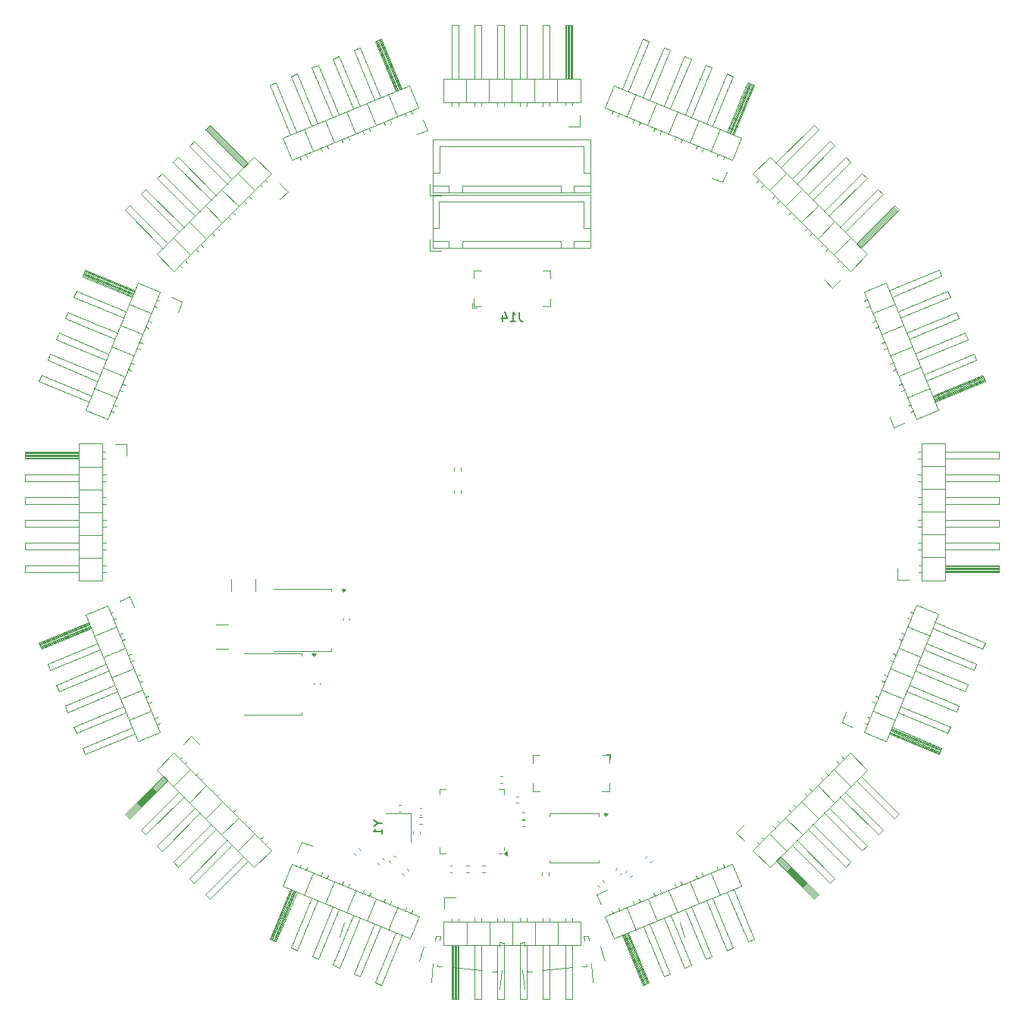
<source format=gbr>
%TF.GenerationSoftware,KiCad,Pcbnew,7.0.11*%
%TF.CreationDate,2025-01-20T01:56:26+09:00*%
%TF.ProjectId,Main,4d61696e-2e6b-4696-9361-645f70636258,rev?*%
%TF.SameCoordinates,Original*%
%TF.FileFunction,Legend,Bot*%
%TF.FilePolarity,Positive*%
%FSLAX46Y46*%
G04 Gerber Fmt 4.6, Leading zero omitted, Abs format (unit mm)*
G04 Created by KiCad (PCBNEW 7.0.11) date 2025-01-20 01:56:26*
%MOMM*%
%LPD*%
G01*
G04 APERTURE LIST*
%ADD10C,0.150000*%
%ADD11C,0.120000*%
G04 APERTURE END LIST*
D10*
X137468628Y-136383809D02*
X137944819Y-136383809D01*
X136944819Y-136050476D02*
X137468628Y-136383809D01*
X137468628Y-136383809D02*
X136944819Y-136717142D01*
X137944819Y-137574285D02*
X137944819Y-137002857D01*
X137944819Y-137288571D02*
X136944819Y-137288571D01*
X136944819Y-137288571D02*
X137087676Y-137193333D01*
X137087676Y-137193333D02*
X137182914Y-137098095D01*
X137182914Y-137098095D02*
X137230533Y-137002857D01*
X153239523Y-79264819D02*
X153239523Y-79979104D01*
X153239523Y-79979104D02*
X153287142Y-80121961D01*
X153287142Y-80121961D02*
X153382380Y-80217200D01*
X153382380Y-80217200D02*
X153525237Y-80264819D01*
X153525237Y-80264819D02*
X153620475Y-80264819D01*
X152239523Y-80264819D02*
X152810951Y-80264819D01*
X152525237Y-80264819D02*
X152525237Y-79264819D01*
X152525237Y-79264819D02*
X152620475Y-79407676D01*
X152620475Y-79407676D02*
X152715713Y-79502914D01*
X152715713Y-79502914D02*
X152810951Y-79550533D01*
X151382380Y-79598152D02*
X151382380Y-80264819D01*
X151620475Y-79217200D02*
X151858570Y-79931485D01*
X151858570Y-79931485D02*
X151239523Y-79931485D01*
D11*
%TO.C,R1*%
X155750000Y-142163641D02*
X155750000Y-141856359D01*
X156510000Y-142163641D02*
X156510000Y-141856359D01*
%TO.C,C10*%
X145735836Y-141840000D02*
X145520164Y-141840000D01*
X145735836Y-141120000D02*
X145520164Y-141120000D01*
%TO.C,J13*%
X126481459Y-66683306D02*
X127379484Y-65785280D01*
X127379484Y-65785280D02*
X126481459Y-64887254D01*
X115597014Y-74296775D02*
X115316243Y-74016003D01*
X116134415Y-73759373D02*
X115853644Y-73478602D01*
X117393065Y-72500723D02*
X117112294Y-72219952D01*
X117930467Y-71963322D02*
X117649695Y-71682551D01*
X119189117Y-70704672D02*
X118908345Y-70423900D01*
X119726518Y-70167271D02*
X119445746Y-69886499D01*
X120985168Y-68908621D02*
X120704396Y-68627849D01*
X121522569Y-68371220D02*
X121241797Y-68090448D01*
X122781219Y-67112570D02*
X122500447Y-66831798D01*
X123318620Y-66575168D02*
X123037849Y-66294397D01*
X124529844Y-65269092D02*
X124296499Y-65035747D01*
X125067245Y-64731691D02*
X124833900Y-64498346D01*
X114644491Y-74687754D02*
X112763587Y-72806850D01*
X116482969Y-72849277D02*
X114602065Y-70968373D01*
X118279020Y-71053226D02*
X116398116Y-69172321D01*
X120075071Y-69257174D02*
X118194167Y-67376270D01*
X121871122Y-67461123D02*
X119990218Y-65580219D01*
X123667174Y-65665072D02*
X121786270Y-63784168D01*
X125505651Y-63826594D02*
X114644491Y-74687754D01*
X112763587Y-72806850D02*
X123624747Y-61945690D01*
X113972740Y-71597698D02*
X109730099Y-67355057D01*
X115768791Y-69801647D02*
X111526150Y-65559006D01*
X117564842Y-68005595D02*
X113322201Y-63762955D01*
X119360893Y-66209544D02*
X115118253Y-61966903D01*
X121156945Y-64413493D02*
X116914304Y-60170852D01*
X122486305Y-63084132D02*
X118243665Y-58841491D01*
X122571158Y-62999279D02*
X118328517Y-58756639D01*
X122656011Y-62914426D02*
X118413370Y-58671786D01*
X122740864Y-62829574D02*
X118498223Y-58586933D01*
X122825717Y-62744721D02*
X118583076Y-58502080D01*
X122910569Y-62659868D02*
X118667929Y-58417227D01*
X122952996Y-62617442D02*
X118710355Y-58374801D01*
X123624747Y-61945690D02*
X125505651Y-63826594D01*
X109192698Y-67892458D02*
X113435338Y-72135099D01*
X109730099Y-67355057D02*
X109192698Y-67892458D01*
X110988749Y-66096407D02*
X115231390Y-70339048D01*
X111526150Y-65559006D02*
X110988749Y-66096407D01*
X112784800Y-64300356D02*
X117027441Y-68542996D01*
X113322201Y-63762955D02*
X112784800Y-64300356D01*
X114580851Y-62504305D02*
X118823492Y-66746945D01*
X115118253Y-61966903D02*
X114580851Y-62504305D01*
X116376903Y-60708253D02*
X120619543Y-64950894D01*
X116914304Y-60170852D02*
X116376903Y-60708253D01*
X118172954Y-58912202D02*
X122415595Y-63154843D01*
X118710355Y-58374801D02*
X118172954Y-58912202D01*
%TO.C,C2*%
X139812164Y-134360000D02*
X140027836Y-134360000D01*
X139812164Y-135080000D02*
X140027836Y-135080000D01*
%TO.C,R3*%
X167292659Y-140239940D02*
X167509940Y-140022659D01*
X167830060Y-140777341D02*
X168047341Y-140560060D01*
%TO.C,J2*%
X158770000Y-58565000D02*
X160040000Y-58565000D01*
X160040000Y-58565000D02*
X160040000Y-57295000D01*
X145690000Y-56252071D02*
X145690000Y-55855000D01*
X146450000Y-56252071D02*
X146450000Y-55855000D01*
X148230000Y-56252071D02*
X148230000Y-55855000D01*
X148990000Y-56252071D02*
X148990000Y-55855000D01*
X150770000Y-56252071D02*
X150770000Y-55855000D01*
X151530000Y-56252071D02*
X151530000Y-55855000D01*
X153310000Y-56252071D02*
X153310000Y-55855000D01*
X154070000Y-56252071D02*
X154070000Y-55855000D01*
X155850000Y-56252071D02*
X155850000Y-55855000D01*
X156610000Y-56252071D02*
X156610000Y-55855000D01*
X158390000Y-56185000D02*
X158390000Y-55855000D01*
X159150000Y-56185000D02*
X159150000Y-55855000D01*
X144740000Y-55855000D02*
X144740000Y-53195000D01*
X147340000Y-55855000D02*
X147340000Y-53195000D01*
X149880000Y-55855000D02*
X149880000Y-53195000D01*
X152420000Y-55855000D02*
X152420000Y-53195000D01*
X154960000Y-55855000D02*
X154960000Y-53195000D01*
X157500000Y-55855000D02*
X157500000Y-53195000D01*
X160100000Y-55855000D02*
X144740000Y-55855000D01*
X144740000Y-53195000D02*
X160100000Y-53195000D01*
X146450000Y-53195000D02*
X146450000Y-47195000D01*
X148990000Y-53195000D02*
X148990000Y-47195000D01*
X151530000Y-53195000D02*
X151530000Y-47195000D01*
X154070000Y-53195000D02*
X154070000Y-47195000D01*
X156610000Y-53195000D02*
X156610000Y-47195000D01*
X158490000Y-53195000D02*
X158490000Y-47195000D01*
X158610000Y-53195000D02*
X158610000Y-47195000D01*
X158730000Y-53195000D02*
X158730000Y-47195000D01*
X158850000Y-53195000D02*
X158850000Y-47195000D01*
X158970000Y-53195000D02*
X158970000Y-47195000D01*
X159090000Y-53195000D02*
X159090000Y-47195000D01*
X159150000Y-53195000D02*
X159150000Y-47195000D01*
X160100000Y-53195000D02*
X160100000Y-55855000D01*
X145690000Y-47195000D02*
X145690000Y-53195000D01*
X146450000Y-47195000D02*
X145690000Y-47195000D01*
X148230000Y-47195000D02*
X148230000Y-53195000D01*
X148990000Y-47195000D02*
X148230000Y-47195000D01*
X150770000Y-47195000D02*
X150770000Y-53195000D01*
X151530000Y-47195000D02*
X150770000Y-47195000D01*
X153310000Y-47195000D02*
X153310000Y-53195000D01*
X154070000Y-47195000D02*
X153310000Y-47195000D01*
X155850000Y-47195000D02*
X155850000Y-53195000D01*
X156610000Y-47195000D02*
X155850000Y-47195000D01*
X158390000Y-47195000D02*
X158390000Y-53195000D01*
X159150000Y-47195000D02*
X158390000Y-47195000D01*
%TO.C,R10*%
X134979940Y-139927341D02*
X134762659Y-139710060D01*
X135517341Y-139389940D02*
X135300060Y-139172659D01*
%TO.C,J11*%
X178369326Y-136516436D02*
X177471301Y-137414462D01*
X177471301Y-137414462D02*
X178369326Y-138312488D01*
X189253771Y-128902967D02*
X189534542Y-129183739D01*
X188716370Y-129440369D02*
X188997141Y-129721140D01*
X187457720Y-130699019D02*
X187738491Y-130979790D01*
X186920318Y-131236420D02*
X187201090Y-131517191D01*
X185661668Y-132495070D02*
X185942440Y-132775842D01*
X185124267Y-133032471D02*
X185405039Y-133313243D01*
X183865617Y-134291121D02*
X184146389Y-134571893D01*
X183328216Y-134828522D02*
X183608988Y-135109294D01*
X182069566Y-136087172D02*
X182350338Y-136367944D01*
X181532165Y-136624574D02*
X181812936Y-136905345D01*
X180320941Y-137930650D02*
X180554286Y-138163995D01*
X179783540Y-138468051D02*
X180016885Y-138701396D01*
X190206294Y-128511988D02*
X192087198Y-130392892D01*
X188367816Y-130350465D02*
X190248720Y-132231369D01*
X186571765Y-132146516D02*
X188452669Y-134027421D01*
X184775714Y-133942568D02*
X186656618Y-135823472D01*
X182979663Y-135738619D02*
X184860567Y-137619523D01*
X181183611Y-137534670D02*
X183064515Y-139415574D01*
X179345134Y-139373148D02*
X190206294Y-128511988D01*
X192087198Y-130392892D02*
X181226038Y-141254052D01*
X190878045Y-131602044D02*
X195120686Y-135844685D01*
X189081994Y-133398095D02*
X193324635Y-137640736D01*
X187285943Y-135194147D02*
X191528584Y-139436787D01*
X185489892Y-136990198D02*
X189732532Y-141232839D01*
X183693840Y-138786249D02*
X187936481Y-143028890D01*
X182364480Y-140115610D02*
X186607120Y-144358251D01*
X182279627Y-140200463D02*
X186522268Y-144443103D01*
X182194774Y-140285316D02*
X186437415Y-144527956D01*
X182109921Y-140370168D02*
X186352562Y-144612809D01*
X182025068Y-140455021D02*
X186267709Y-144697662D01*
X181940216Y-140539874D02*
X186182856Y-144782515D01*
X181897789Y-140582300D02*
X186140430Y-144824941D01*
X181226038Y-141254052D02*
X179345134Y-139373148D01*
X195658087Y-135307284D02*
X191415447Y-131064643D01*
X195120686Y-135844685D02*
X195658087Y-135307284D01*
X193862036Y-137103335D02*
X189619395Y-132860694D01*
X193324635Y-137640736D02*
X193862036Y-137103335D01*
X192065985Y-138899386D02*
X187823344Y-134656746D01*
X191528584Y-139436787D02*
X192065985Y-138899386D01*
X190269934Y-140695437D02*
X186027293Y-136452797D01*
X189732532Y-141232839D02*
X190269934Y-140695437D01*
X188473882Y-142491489D02*
X184231242Y-138248848D01*
X187936481Y-143028890D02*
X188473882Y-142491489D01*
X186677831Y-144287540D02*
X182435190Y-140044899D01*
X186140430Y-144824941D02*
X186677831Y-144287540D01*
%TO.C,R8*%
X149096359Y-141098000D02*
X149403641Y-141098000D01*
X149096359Y-141858000D02*
X149403641Y-141858000D01*
%TO.C,R9*%
X140349940Y-142187341D02*
X140132659Y-141970060D01*
X140887341Y-141649940D02*
X140670060Y-141432659D01*
%TO.C,U2*%
X144336500Y-139732000D02*
X144986500Y-139732000D01*
X150906500Y-139732000D02*
X151316500Y-139732000D01*
X144336500Y-139082000D02*
X144336500Y-139732000D01*
X151556500Y-139082000D02*
X151556500Y-139432000D01*
X144336500Y-133162000D02*
X144336500Y-132512000D01*
X151556500Y-133162000D02*
X151556500Y-132512000D01*
X144336500Y-132512000D02*
X144986500Y-132512000D01*
X151556500Y-132512000D02*
X150906500Y-132512000D01*
X151886500Y-139972000D02*
X151556500Y-139732000D01*
X151886500Y-139492000D01*
X151886500Y-139972000D01*
G36*
X151886500Y-139972000D02*
G01*
X151556500Y-139732000D01*
X151886500Y-139492000D01*
X151886500Y-139972000D01*
G37*
%TO.C,J1*%
X171709075Y-149066124D02*
X171215591Y-147439325D01*
X162771252Y-151777382D02*
X162277768Y-150150584D01*
%TO.C,J3*%
X195460264Y-107944480D02*
X195460264Y-109214480D01*
X195460264Y-109214480D02*
X196730264Y-109214480D01*
X197773193Y-94864480D02*
X198170264Y-94864480D01*
X197773193Y-95624480D02*
X198170264Y-95624480D01*
X197773193Y-97404480D02*
X198170264Y-97404480D01*
X197773193Y-98164480D02*
X198170264Y-98164480D01*
X197773193Y-99944480D02*
X198170264Y-99944480D01*
X197773193Y-100704480D02*
X198170264Y-100704480D01*
X197773193Y-102484480D02*
X198170264Y-102484480D01*
X197773193Y-103244480D02*
X198170264Y-103244480D01*
X197773193Y-105024480D02*
X198170264Y-105024480D01*
X197773193Y-105784480D02*
X198170264Y-105784480D01*
X197840264Y-107564480D02*
X198170264Y-107564480D01*
X197840264Y-108324480D02*
X198170264Y-108324480D01*
X198170264Y-93914480D02*
X200830264Y-93914480D01*
X198170264Y-96514480D02*
X200830264Y-96514480D01*
X198170264Y-99054480D02*
X200830264Y-99054480D01*
X198170264Y-101594480D02*
X200830264Y-101594480D01*
X198170264Y-104134480D02*
X200830264Y-104134480D01*
X198170264Y-106674480D02*
X200830264Y-106674480D01*
X198170264Y-109274480D02*
X198170264Y-93914480D01*
X200830264Y-93914480D02*
X200830264Y-109274480D01*
X200830264Y-95624480D02*
X206830264Y-95624480D01*
X200830264Y-98164480D02*
X206830264Y-98164480D01*
X200830264Y-100704480D02*
X206830264Y-100704480D01*
X200830264Y-103244480D02*
X206830264Y-103244480D01*
X200830264Y-105784480D02*
X206830264Y-105784480D01*
X200830264Y-107664480D02*
X206830264Y-107664480D01*
X200830264Y-107784480D02*
X206830264Y-107784480D01*
X200830264Y-107904480D02*
X206830264Y-107904480D01*
X200830264Y-108024480D02*
X206830264Y-108024480D01*
X200830264Y-108144480D02*
X206830264Y-108144480D01*
X200830264Y-108264480D02*
X206830264Y-108264480D01*
X200830264Y-108324480D02*
X206830264Y-108324480D01*
X200830264Y-109274480D02*
X198170264Y-109274480D01*
X206830264Y-94864480D02*
X200830264Y-94864480D01*
X206830264Y-95624480D02*
X206830264Y-94864480D01*
X206830264Y-97404480D02*
X200830264Y-97404480D01*
X206830264Y-98164480D02*
X206830264Y-97404480D01*
X206830264Y-99944480D02*
X200830264Y-99944480D01*
X206830264Y-100704480D02*
X206830264Y-99944480D01*
X206830264Y-102484480D02*
X200830264Y-102484480D01*
X206830264Y-103244480D02*
X206830264Y-102484480D01*
X206830264Y-105024480D02*
X200830264Y-105024480D01*
X206830264Y-105784480D02*
X206830264Y-105024480D01*
X206830264Y-107564480D02*
X200830264Y-107564480D01*
X206830264Y-108324480D02*
X206830264Y-107564480D01*
%TO.C,C11*%
X151142164Y-131130000D02*
X151357836Y-131130000D01*
X151142164Y-131850000D02*
X151357836Y-131850000D01*
%TO.C,SW1*%
X143893851Y-148939214D02*
X144411348Y-148990183D01*
X143843863Y-149446758D02*
X143893851Y-148939214D01*
X143383182Y-154124127D02*
X143589018Y-152034239D01*
X144361359Y-149497727D02*
X144411348Y-148990183D01*
X144083970Y-152314100D02*
X144106514Y-152085208D01*
X144083970Y-152314100D02*
X144621370Y-152367029D01*
X145716073Y-152474848D02*
X149099701Y-152808107D01*
X150194404Y-152915925D02*
X150731804Y-152968855D01*
X151059181Y-149644938D02*
X151576678Y-149695907D01*
X151009193Y-150152482D02*
X151059181Y-149644938D01*
X150731804Y-152968855D02*
X150754348Y-152739962D01*
X151526689Y-150203451D02*
X151576678Y-149695907D01*
X151066008Y-154880819D02*
X151271844Y-152790931D01*
%TO.C,Y1*%
X141090000Y-135210000D02*
X141090000Y-138510000D01*
X138290000Y-135210000D02*
X141090000Y-135210000D01*
%TO.C,C5*%
X134290000Y-113482164D02*
X134290000Y-113697836D01*
X133570000Y-113482164D02*
X133570000Y-113697836D01*
%TO.C,R11*%
X138859940Y-140717341D02*
X138642659Y-140500060D01*
X139397341Y-140179940D02*
X139180060Y-139962659D01*
%TO.C,C6*%
X130980000Y-120672164D02*
X130980000Y-120887836D01*
X130260000Y-120672164D02*
X130260000Y-120887836D01*
%TO.C,R2*%
X142393641Y-136420000D02*
X142086359Y-136420000D01*
X142393641Y-135660000D02*
X142086359Y-135660000D01*
%TO.C,R4*%
X162209316Y-143486717D02*
X161992035Y-143269436D01*
X162746717Y-142949316D02*
X162529436Y-142732035D01*
%TO.C,J7*%
X189756453Y-123930258D02*
X189270445Y-125103585D01*
X189270445Y-125103585D02*
X190443772Y-125589593D01*
X196898820Y-112731033D02*
X197265666Y-112882986D01*
X196607981Y-113433182D02*
X196974826Y-113585134D01*
X195926804Y-115077687D02*
X196293650Y-115229640D01*
X195635965Y-115779836D02*
X196002810Y-115931788D01*
X194954788Y-117424341D02*
X195321634Y-117576294D01*
X194663949Y-118126490D02*
X195030795Y-118278442D01*
X193982772Y-119770995D02*
X194349618Y-119922948D01*
X193691933Y-120473144D02*
X194058779Y-120625096D01*
X193010756Y-122117649D02*
X193377602Y-122269602D01*
X192719917Y-122819798D02*
X193086763Y-122971750D01*
X192100706Y-124489970D02*
X192405586Y-124616256D01*
X191809867Y-125192119D02*
X192114747Y-125318404D01*
X197629215Y-112005300D02*
X200086735Y-113023238D01*
X196634238Y-114407387D02*
X199091758Y-115425325D01*
X195662222Y-116754041D02*
X198119742Y-117771979D01*
X194690206Y-119100695D02*
X197147726Y-120118633D01*
X193718190Y-121447349D02*
X196175710Y-122465287D01*
X192746174Y-123794003D02*
X195203694Y-124811941D01*
X191751198Y-126196090D02*
X197629215Y-112005300D01*
X200086735Y-113023238D02*
X194208717Y-127214028D01*
X199432346Y-114603072D02*
X204975623Y-116899173D01*
X198460330Y-116949726D02*
X204003607Y-119245827D01*
X197488314Y-119296380D02*
X203031591Y-121592481D01*
X196516298Y-121643034D02*
X202059575Y-123939135D01*
X195544282Y-123989688D02*
X201087559Y-126285789D01*
X194824837Y-125726582D02*
X200368115Y-128022682D01*
X194778915Y-125837447D02*
X200322193Y-128133548D01*
X194732993Y-125948313D02*
X200276271Y-128244413D01*
X194687071Y-126059178D02*
X200230349Y-128355279D01*
X194641149Y-126170044D02*
X200184427Y-128466145D01*
X194595227Y-126280910D02*
X200138505Y-128577010D01*
X194572266Y-126336342D02*
X200115544Y-128632443D01*
X194208717Y-127214028D02*
X191751198Y-126196090D01*
X205266463Y-116197024D02*
X199723185Y-113900924D01*
X204975623Y-116899173D02*
X205266463Y-116197024D01*
X204294447Y-118543678D02*
X198751169Y-116247578D01*
X204003607Y-119245827D02*
X204294447Y-118543678D01*
X203322431Y-120890332D02*
X197779154Y-118594232D01*
X203031591Y-121592481D02*
X203322431Y-120890332D01*
X202350415Y-123236986D02*
X196807138Y-120940886D01*
X202059575Y-123939135D02*
X202350415Y-123236986D01*
X201378399Y-125583640D02*
X195835122Y-123287540D01*
X201087559Y-126285789D02*
X201378399Y-125583640D01*
X200406383Y-127930294D02*
X194863106Y-125634194D01*
X200115544Y-128632443D02*
X200406383Y-127930294D01*
%TO.C,C12*%
X152892164Y-133360000D02*
X153107836Y-133360000D01*
X152892164Y-134080000D02*
X153107836Y-134080000D01*
%TO.C,J23*%
X143260000Y-66220000D02*
X143260000Y-64970000D01*
X143550000Y-59960000D02*
X161170000Y-59960000D01*
X143550000Y-65930000D02*
X143550000Y-59960000D01*
X143560000Y-63670000D02*
X144310000Y-63670000D01*
X143560000Y-65170000D02*
X145360000Y-65170000D01*
X143560000Y-65920000D02*
X143560000Y-65170000D01*
X144310000Y-60720000D02*
X152360000Y-60720000D01*
X144310000Y-63670000D02*
X144310000Y-60720000D01*
X144510000Y-66220000D02*
X143260000Y-66220000D01*
X145360000Y-65170000D02*
X145360000Y-65920000D01*
X145360000Y-65920000D02*
X143560000Y-65920000D01*
X146860000Y-65170000D02*
X157860000Y-65170000D01*
X146860000Y-65920000D02*
X146860000Y-65170000D01*
X157860000Y-65170000D02*
X157860000Y-65920000D01*
X157860000Y-65920000D02*
X146860000Y-65920000D01*
X159360000Y-65170000D02*
X161160000Y-65170000D01*
X159360000Y-65920000D02*
X159360000Y-65170000D01*
X160410000Y-60720000D02*
X152360000Y-60720000D01*
X160410000Y-63670000D02*
X160410000Y-60720000D01*
X161160000Y-63670000D02*
X160410000Y-63670000D01*
X161160000Y-65170000D02*
X161160000Y-65920000D01*
X161160000Y-65920000D02*
X159360000Y-65920000D01*
X161170000Y-59960000D02*
X161170000Y-65930000D01*
X161170000Y-65930000D02*
X143550000Y-65930000D01*
%TO.C,R5*%
X165062659Y-141859940D02*
X165279940Y-141642659D01*
X165600060Y-142397341D02*
X165817341Y-142180060D01*
%TO.C,C8*%
X153592164Y-136000000D02*
X153807836Y-136000000D01*
X153592164Y-136720000D02*
X153807836Y-136720000D01*
%TO.C,J9*%
X115094332Y-79269485D02*
X115580340Y-78096158D01*
X115580340Y-78096158D02*
X114407013Y-77610150D01*
X107951965Y-90468710D02*
X107585119Y-90316757D01*
X108242804Y-89766561D02*
X107875959Y-89614609D01*
X108923981Y-88122056D02*
X108557135Y-87970103D01*
X109214820Y-87419907D02*
X108847975Y-87267955D01*
X109895997Y-85775402D02*
X109529151Y-85623449D01*
X110186836Y-85073253D02*
X109819990Y-84921301D01*
X110868013Y-83428748D02*
X110501167Y-83276795D01*
X111158852Y-82726599D02*
X110792006Y-82574647D01*
X111840029Y-81082094D02*
X111473183Y-80930141D01*
X112130868Y-80379945D02*
X111764022Y-80227993D01*
X112750079Y-78709773D02*
X112445199Y-78583487D01*
X113040918Y-78007624D02*
X112736038Y-77881339D01*
X107221570Y-91194443D02*
X104764050Y-90176505D01*
X108216547Y-88792356D02*
X105759027Y-87774418D01*
X109188563Y-86445702D02*
X106731043Y-85427764D01*
X110160579Y-84099048D02*
X107703059Y-83081110D01*
X111132595Y-81752394D02*
X108675075Y-80734456D01*
X112104611Y-79405740D02*
X109647091Y-78387802D01*
X113099587Y-77003653D02*
X107221570Y-91194443D01*
X104764050Y-90176505D02*
X110642068Y-75985715D01*
X105418439Y-88596671D02*
X99875162Y-86300570D01*
X106390455Y-86250017D02*
X100847178Y-83953916D01*
X107362471Y-83903363D02*
X101819194Y-81607262D01*
X108334487Y-81556709D02*
X102791210Y-79260608D01*
X109306503Y-79210055D02*
X103763226Y-76913954D01*
X110025948Y-77473161D02*
X104482670Y-75177061D01*
X110071870Y-77362296D02*
X104528592Y-75066195D01*
X110117792Y-77251430D02*
X104574514Y-74955330D01*
X110163714Y-77140565D02*
X104620436Y-74844464D01*
X110209636Y-77029699D02*
X104666358Y-74733598D01*
X110255558Y-76918833D02*
X104712280Y-74622733D01*
X110278519Y-76863401D02*
X104735241Y-74567300D01*
X110642068Y-75985715D02*
X113099587Y-77003653D01*
X99584322Y-87002719D02*
X105127600Y-89298819D01*
X99875162Y-86300570D02*
X99584322Y-87002719D01*
X100556338Y-84656065D02*
X106099616Y-86952165D01*
X100847178Y-83953916D02*
X100556338Y-84656065D01*
X101528354Y-82309411D02*
X107071631Y-84605511D01*
X101819194Y-81607262D02*
X101528354Y-82309411D01*
X102500370Y-79962757D02*
X108043647Y-82258857D01*
X102791210Y-79260608D02*
X102500370Y-79962757D01*
X103472386Y-77616103D02*
X109015663Y-79912203D01*
X103763226Y-76913954D02*
X103472386Y-77616103D01*
X104444402Y-75269449D02*
X109987679Y-77565549D01*
X104735241Y-74567300D02*
X104444402Y-75269449D01*
%TO.C,J19*%
X163430000Y-128615000D02*
X163430000Y-129115000D01*
X163430000Y-128615000D02*
X162930000Y-128615000D01*
X163280000Y-132805000D02*
X163280000Y-131905000D01*
X163280000Y-132805000D02*
X162480000Y-132805000D01*
X163280000Y-128765000D02*
X163280000Y-129665000D01*
X163280000Y-128765000D02*
X162480000Y-128765000D01*
X154740000Y-132805000D02*
X155540000Y-132805000D01*
X154740000Y-132805000D02*
X154740000Y-131905000D01*
X154740000Y-128765000D02*
X155540000Y-128765000D01*
X154740000Y-128765000D02*
X154740000Y-129665000D01*
%TO.C,U3*%
X132200000Y-117092500D02*
X132200000Y-116822500D01*
X132200000Y-110192500D02*
X132200000Y-110462500D01*
X125780000Y-117092500D02*
X132200000Y-117092500D01*
X125780000Y-110192500D02*
X132200000Y-110192500D01*
X133620000Y-110502500D02*
X133380000Y-110172500D01*
X133860000Y-110172500D01*
X133620000Y-110502500D01*
G36*
X133620000Y-110502500D02*
G01*
X133380000Y-110172500D01*
X133860000Y-110172500D01*
X133620000Y-110502500D01*
G37*
%TO.C,C7*%
X142347836Y-135380000D02*
X142132164Y-135380000D01*
X142347836Y-134660000D02*
X142132164Y-134660000D01*
%TO.C,J16*%
X163032471Y-143786885D02*
X161859144Y-144272893D01*
X161859144Y-144272893D02*
X162345152Y-145446220D01*
X176001935Y-140918253D02*
X176153887Y-141285099D01*
X175299786Y-141209093D02*
X175451739Y-141575939D01*
X173655281Y-141890269D02*
X173807233Y-142257115D01*
X172953132Y-142181109D02*
X173105085Y-142547955D01*
X171308627Y-142862285D02*
X171460579Y-143229131D01*
X170606478Y-143153125D02*
X170758431Y-143519970D01*
X168961973Y-143834301D02*
X169113925Y-144201147D01*
X168259824Y-144125141D02*
X168411777Y-144491986D01*
X166615319Y-144806317D02*
X166767271Y-145173163D01*
X165913170Y-145097157D02*
X166065123Y-145464002D01*
X164294332Y-145840299D02*
X164420617Y-146145179D01*
X163592183Y-146131138D02*
X163718469Y-146436018D01*
X177031573Y-140921550D02*
X178049511Y-143379070D01*
X174629486Y-141916527D02*
X175647424Y-144374046D01*
X172282832Y-142888543D02*
X173300770Y-145346062D01*
X169936178Y-143860559D02*
X170954116Y-146318078D01*
X167589524Y-144832575D02*
X168607462Y-147290094D01*
X165242870Y-145804591D02*
X166260808Y-148262110D01*
X162840783Y-146799567D02*
X177031573Y-140921550D01*
X178049511Y-143379070D02*
X163858721Y-149257087D01*
X176469677Y-144033458D02*
X178765778Y-149576735D01*
X174123023Y-145005474D02*
X176419123Y-150548751D01*
X171776369Y-145977490D02*
X174072469Y-151520767D01*
X169429715Y-146949506D02*
X171725815Y-152492783D01*
X167083061Y-147921522D02*
X169379161Y-153464799D01*
X165346167Y-148640967D02*
X167642268Y-154184244D01*
X165235302Y-148686889D02*
X167531402Y-154230166D01*
X165124436Y-148732811D02*
X167420537Y-154276088D01*
X165013571Y-148778733D02*
X167309671Y-154322010D01*
X164902705Y-148824655D02*
X167198806Y-154367932D01*
X164791840Y-148870577D02*
X167087940Y-154413854D01*
X164736407Y-148893538D02*
X167032507Y-154436815D01*
X163858721Y-149257087D02*
X162840783Y-146799567D01*
X179467926Y-149285896D02*
X177171825Y-143742619D01*
X178765778Y-149576735D02*
X179467926Y-149285896D01*
X177121272Y-150257912D02*
X174825171Y-144714635D01*
X176419123Y-150548751D02*
X177121272Y-150257912D01*
X174774618Y-151229928D02*
X172478517Y-145686651D01*
X174072469Y-151520767D02*
X174774618Y-151229928D01*
X172427964Y-152201944D02*
X170131863Y-146658667D01*
X171725815Y-152492783D02*
X172427964Y-152201944D01*
X170081310Y-153173960D02*
X167785209Y-147630682D01*
X169379161Y-153464799D02*
X170081310Y-153173960D01*
X167734656Y-154145976D02*
X165438555Y-148602698D01*
X167032507Y-154436815D02*
X167734656Y-154145976D01*
%TO.C,R14*%
X145970000Y-99493641D02*
X145970000Y-99186359D01*
X146730000Y-99493641D02*
X146730000Y-99186359D01*
%TO.C,U1*%
X162085500Y-140743500D02*
X162085500Y-140483500D01*
X162085500Y-135293500D02*
X162085500Y-135553500D01*
X159360500Y-140743500D02*
X162085500Y-140743500D01*
X159360500Y-140743500D02*
X156635500Y-140743500D01*
X159360500Y-135293500D02*
X162085500Y-135293500D01*
X159360500Y-135293500D02*
X156635500Y-135293500D01*
X156635500Y-140743500D02*
X156635500Y-140483500D01*
X156635500Y-135293500D02*
X156635500Y-135553500D01*
X162868000Y-135553500D02*
X162628000Y-135223500D01*
X163108000Y-135223500D01*
X162868000Y-135553500D01*
G36*
X162868000Y-135553500D02*
G01*
X162628000Y-135223500D01*
X163108000Y-135223500D01*
X162868000Y-135553500D01*
G37*
%TO.C,U4*%
X128895000Y-124275000D02*
X128895000Y-124005000D01*
X128895000Y-117375000D02*
X128895000Y-117645000D01*
X122475000Y-124275000D02*
X128895000Y-124275000D01*
X122475000Y-117375000D02*
X128895000Y-117375000D01*
X130315000Y-117685000D02*
X130075000Y-117355000D01*
X130555000Y-117355000D01*
X130315000Y-117685000D01*
G36*
X130315000Y-117685000D02*
G01*
X130075000Y-117355000D01*
X130555000Y-117355000D01*
X130315000Y-117685000D01*
G37*
%TO.C,C1*%
X142130000Y-137312164D02*
X142130000Y-137527836D01*
X141410000Y-137312164D02*
X141410000Y-137527836D01*
%TO.C,J20*%
X142088352Y-151780057D02*
X142581836Y-150153259D01*
X133150529Y-149068799D02*
X133644013Y-147442000D01*
%TO.C,J12*%
X117508828Y-127543805D02*
X116610802Y-126645780D01*
X116610802Y-126645780D02*
X115712776Y-127543805D01*
X125122297Y-138428250D02*
X124841525Y-138709021D01*
X124584895Y-137890849D02*
X124304124Y-138171620D01*
X123326245Y-136632199D02*
X123045474Y-136912970D01*
X122788844Y-136094797D02*
X122508073Y-136375569D01*
X121530194Y-134836147D02*
X121249422Y-135116919D01*
X120992793Y-134298746D02*
X120712021Y-134579518D01*
X119734143Y-133040096D02*
X119453371Y-133320868D01*
X119196742Y-132502695D02*
X118915970Y-132783467D01*
X117938092Y-131244045D02*
X117657320Y-131524817D01*
X117400690Y-130706644D02*
X117119919Y-130987415D01*
X116094614Y-129495420D02*
X115861269Y-129728765D01*
X115557213Y-128958019D02*
X115323868Y-129191364D01*
X125513276Y-139380773D02*
X123632372Y-141261677D01*
X123674799Y-137542295D02*
X121793895Y-139423199D01*
X121878748Y-135746244D02*
X119997843Y-137627148D01*
X120082696Y-133950193D02*
X118201792Y-135831097D01*
X118286645Y-132154142D02*
X116405741Y-134035046D01*
X116490594Y-130358090D02*
X114609690Y-132238994D01*
X114652116Y-128519613D02*
X125513276Y-139380773D01*
X123632372Y-141261677D02*
X112771212Y-130400517D01*
X122423220Y-140052524D02*
X118180579Y-144295165D01*
X120627169Y-138256473D02*
X116384528Y-142499114D01*
X118831117Y-136460422D02*
X114588477Y-140703063D01*
X117035066Y-134664371D02*
X112792425Y-138907011D01*
X115239015Y-132868319D02*
X110996374Y-137110960D01*
X113909654Y-131538959D02*
X109667013Y-135781599D01*
X113824801Y-131454106D02*
X109582161Y-135696747D01*
X113739948Y-131369253D02*
X109497308Y-135611894D01*
X113655096Y-131284400D02*
X109412455Y-135527041D01*
X113570243Y-131199547D02*
X109327602Y-135442188D01*
X113485390Y-131114695D02*
X109242749Y-135357335D01*
X113442964Y-131072268D02*
X109200323Y-135314909D01*
X112771212Y-130400517D02*
X114652116Y-128519613D01*
X118717980Y-144832566D02*
X122960621Y-140589926D01*
X118180579Y-144295165D02*
X118717980Y-144832566D01*
X116921929Y-143036515D02*
X121164570Y-138793874D01*
X116384528Y-142499114D02*
X116921929Y-143036515D01*
X115125878Y-141240464D02*
X119368518Y-136997823D01*
X114588477Y-140703063D02*
X115125878Y-141240464D01*
X113329827Y-139444413D02*
X117572467Y-135201772D01*
X112792425Y-138907011D02*
X113329827Y-139444413D01*
X111533775Y-137648361D02*
X115776416Y-133405721D01*
X110996374Y-137110960D02*
X111533775Y-137648361D01*
X109737724Y-135852310D02*
X113980365Y-131609669D01*
X109200323Y-135314909D02*
X109737724Y-135852310D01*
%TO.C,J8*%
X130095006Y-138930932D02*
X128921679Y-138444924D01*
X128921679Y-138444924D02*
X128435671Y-139618251D01*
X141294231Y-146073299D02*
X141142278Y-146440145D01*
X140592082Y-145782460D02*
X140440130Y-146149305D01*
X138947577Y-145101283D02*
X138795624Y-145468129D01*
X138245428Y-144810444D02*
X138093476Y-145177289D01*
X136600923Y-144129267D02*
X136448970Y-144496113D01*
X135898774Y-143838428D02*
X135746822Y-144205274D01*
X134254269Y-143157251D02*
X134102316Y-143524097D01*
X133552120Y-142866412D02*
X133400168Y-143233258D01*
X131907615Y-142185235D02*
X131755662Y-142552081D01*
X131205466Y-141894396D02*
X131053514Y-142261242D01*
X129535294Y-141275185D02*
X129409008Y-141580065D01*
X128833145Y-140984346D02*
X128706860Y-141289226D01*
X142019964Y-146803694D02*
X141002026Y-149261214D01*
X139617877Y-145808717D02*
X138599939Y-148266237D01*
X137271223Y-144836701D02*
X136253285Y-147294221D01*
X134924569Y-143864685D02*
X133906631Y-146322205D01*
X132577915Y-142892669D02*
X131559977Y-145350189D01*
X130231261Y-141920653D02*
X129213323Y-144378173D01*
X127829174Y-140925677D02*
X142019964Y-146803694D01*
X141002026Y-149261214D02*
X126811236Y-143383196D01*
X139422192Y-148606825D02*
X137126091Y-154150102D01*
X137075538Y-147634809D02*
X134779437Y-153178086D01*
X134728884Y-146662793D02*
X132432783Y-152206070D01*
X132382230Y-145690777D02*
X130086129Y-151234054D01*
X130035576Y-144718761D02*
X127739475Y-150262038D01*
X128298682Y-143999316D02*
X126002582Y-149542594D01*
X128187817Y-143953394D02*
X125891716Y-149496672D01*
X128076951Y-143907472D02*
X125780851Y-149450750D01*
X127966086Y-143861550D02*
X125669985Y-149404828D01*
X127855220Y-143815628D02*
X125559119Y-149358906D01*
X127744354Y-143769706D02*
X125448254Y-149312984D01*
X127688922Y-143746745D02*
X125392821Y-149290023D01*
X126811236Y-143383196D02*
X127829174Y-140925677D01*
X137828240Y-154440942D02*
X140124340Y-148897664D01*
X137126091Y-154150102D02*
X137828240Y-154440942D01*
X135481586Y-153468926D02*
X137777686Y-147925648D01*
X134779437Y-153178086D02*
X135481586Y-153468926D01*
X133134932Y-152496910D02*
X135431032Y-146953633D01*
X132432783Y-152206070D02*
X133134932Y-152496910D01*
X130788278Y-151524894D02*
X133084378Y-145981617D01*
X130086129Y-151234054D02*
X130788278Y-151524894D01*
X128441624Y-150552878D02*
X130737724Y-145009601D01*
X127739475Y-150262038D02*
X128441624Y-150552878D01*
X126094970Y-149580862D02*
X128391070Y-144037585D01*
X125392821Y-149290023D02*
X126094970Y-149580862D01*
%TO.C,R7*%
X147613641Y-141858000D02*
X147306359Y-141858000D01*
X147613641Y-141098000D02*
X147306359Y-141098000D01*
%TO.C,R6*%
X163960659Y-141571940D02*
X164177940Y-141354659D01*
X164498060Y-142109341D02*
X164715341Y-141892060D01*
%TO.C,J5*%
X109390521Y-95255263D02*
X109390521Y-93985263D01*
X109390521Y-93985263D02*
X108120521Y-93985263D01*
X107077592Y-108335263D02*
X106680521Y-108335263D01*
X107077592Y-107575263D02*
X106680521Y-107575263D01*
X107077592Y-105795263D02*
X106680521Y-105795263D01*
X107077592Y-105035263D02*
X106680521Y-105035263D01*
X107077592Y-103255263D02*
X106680521Y-103255263D01*
X107077592Y-102495263D02*
X106680521Y-102495263D01*
X107077592Y-100715263D02*
X106680521Y-100715263D01*
X107077592Y-99955263D02*
X106680521Y-99955263D01*
X107077592Y-98175263D02*
X106680521Y-98175263D01*
X107077592Y-97415263D02*
X106680521Y-97415263D01*
X107010521Y-95635263D02*
X106680521Y-95635263D01*
X107010521Y-94875263D02*
X106680521Y-94875263D01*
X106680521Y-109285263D02*
X104020521Y-109285263D01*
X106680521Y-106685263D02*
X104020521Y-106685263D01*
X106680521Y-104145263D02*
X104020521Y-104145263D01*
X106680521Y-101605263D02*
X104020521Y-101605263D01*
X106680521Y-99065263D02*
X104020521Y-99065263D01*
X106680521Y-96525263D02*
X104020521Y-96525263D01*
X106680521Y-93925263D02*
X106680521Y-109285263D01*
X104020521Y-109285263D02*
X104020521Y-93925263D01*
X104020521Y-107575263D02*
X98020521Y-107575263D01*
X104020521Y-105035263D02*
X98020521Y-105035263D01*
X104020521Y-102495263D02*
X98020521Y-102495263D01*
X104020521Y-99955263D02*
X98020521Y-99955263D01*
X104020521Y-97415263D02*
X98020521Y-97415263D01*
X104020521Y-95535263D02*
X98020521Y-95535263D01*
X104020521Y-95415263D02*
X98020521Y-95415263D01*
X104020521Y-95295263D02*
X98020521Y-95295263D01*
X104020521Y-95175263D02*
X98020521Y-95175263D01*
X104020521Y-95055263D02*
X98020521Y-95055263D01*
X104020521Y-94935263D02*
X98020521Y-94935263D01*
X104020521Y-94875263D02*
X98020521Y-94875263D01*
X104020521Y-93925263D02*
X106680521Y-93925263D01*
X98020521Y-108335263D02*
X104020521Y-108335263D01*
X98020521Y-107575263D02*
X98020521Y-108335263D01*
X98020521Y-105795263D02*
X104020521Y-105795263D01*
X98020521Y-105035263D02*
X98020521Y-105795263D01*
X98020521Y-103255263D02*
X104020521Y-103255263D01*
X98020521Y-102495263D02*
X98020521Y-103255263D01*
X98020521Y-100715263D02*
X104020521Y-100715263D01*
X98020521Y-99955263D02*
X98020521Y-100715263D01*
X98020521Y-98175263D02*
X104020521Y-98175263D01*
X98020521Y-97415263D02*
X98020521Y-98175263D01*
X98020521Y-95635263D02*
X104020521Y-95635263D01*
X98020521Y-94875263D02*
X98020521Y-95635263D01*
%TO.C,J15*%
X194612406Y-90992793D02*
X195098414Y-92166120D01*
X195098414Y-92166120D02*
X196271741Y-91680112D01*
X191743774Y-78023329D02*
X192110620Y-77871377D01*
X192034614Y-78725478D02*
X192401460Y-78573525D01*
X192715790Y-80369983D02*
X193082636Y-80218031D01*
X193006630Y-81072132D02*
X193373476Y-80920179D01*
X193687806Y-82716637D02*
X194054652Y-82564685D01*
X193978646Y-83418786D02*
X194345491Y-83266833D01*
X194659822Y-85063291D02*
X195026668Y-84911339D01*
X194950662Y-85765440D02*
X195317507Y-85613487D01*
X195631838Y-87409945D02*
X195998684Y-87257993D01*
X195922678Y-88112094D02*
X196289523Y-87960141D01*
X196665820Y-89730932D02*
X196970700Y-89604647D01*
X196956659Y-90433081D02*
X197261539Y-90306795D01*
X191747071Y-76993691D02*
X194204591Y-75975753D01*
X192742048Y-79395778D02*
X195199567Y-78377840D01*
X193714064Y-81742432D02*
X196171583Y-80724494D01*
X194686080Y-84089086D02*
X197143599Y-83071148D01*
X195658096Y-86435740D02*
X198115615Y-85417802D01*
X196630112Y-88782394D02*
X199087631Y-87764456D01*
X197625088Y-91184481D02*
X191747071Y-76993691D01*
X194204591Y-75975753D02*
X200082608Y-90166543D01*
X194858979Y-77555587D02*
X200402256Y-75259486D01*
X195830995Y-79902241D02*
X201374272Y-77606141D01*
X196803011Y-82248895D02*
X202346288Y-79952795D01*
X197775027Y-84595549D02*
X203318304Y-82299449D01*
X198747043Y-86942203D02*
X204290320Y-84646103D01*
X199466488Y-88679097D02*
X205009765Y-86382996D01*
X199512410Y-88789962D02*
X205055687Y-86493862D01*
X199558332Y-88900828D02*
X205101609Y-86604727D01*
X199604254Y-89011693D02*
X205147531Y-86715593D01*
X199650176Y-89122559D02*
X205193453Y-86826458D01*
X199696098Y-89233424D02*
X205239375Y-86937324D01*
X199719059Y-89288857D02*
X205262336Y-86992757D01*
X200082608Y-90166543D02*
X197625088Y-91184481D01*
X200111417Y-74557338D02*
X194568140Y-76853439D01*
X200402256Y-75259486D02*
X200111417Y-74557338D01*
X201083433Y-76903992D02*
X195540156Y-79200093D01*
X201374272Y-77606141D02*
X201083433Y-76903992D01*
X202055449Y-79250646D02*
X196512172Y-81546747D01*
X202346288Y-79952795D02*
X202055449Y-79250646D01*
X203027465Y-81597300D02*
X197484188Y-83893401D01*
X203318304Y-82299449D02*
X203027465Y-81597300D01*
X203999481Y-83943954D02*
X198456203Y-86240055D01*
X204290320Y-84646103D02*
X203999481Y-83943954D01*
X204971497Y-86290608D02*
X199428219Y-88586709D01*
X205262336Y-86992757D02*
X204971497Y-86290608D01*
%TO.C,C4*%
X121090000Y-110481252D02*
X121090000Y-109058748D01*
X123810000Y-110481252D02*
X123810000Y-109058748D01*
%TO.C,J18*%
X141818315Y-59412857D02*
X142991642Y-58926849D01*
X142991642Y-58926849D02*
X142505634Y-57753522D01*
X128848851Y-62281489D02*
X128696899Y-61914643D01*
X129551000Y-61990649D02*
X129399047Y-61623803D01*
X131195505Y-61309473D02*
X131043553Y-60942627D01*
X131897654Y-61018633D02*
X131745701Y-60651787D01*
X133542159Y-60337457D02*
X133390207Y-59970611D01*
X134244308Y-60046617D02*
X134092355Y-59679772D01*
X135888813Y-59365441D02*
X135736861Y-58998595D01*
X136590962Y-59074601D02*
X136439009Y-58707756D01*
X138235467Y-58393425D02*
X138083515Y-58026579D01*
X138937616Y-58102585D02*
X138785663Y-57735740D01*
X140556454Y-57359443D02*
X140430169Y-57054563D01*
X141258603Y-57068604D02*
X141132317Y-56763724D01*
X127819213Y-62278192D02*
X126801275Y-59820672D01*
X130221300Y-61283215D02*
X129203362Y-58825696D01*
X132567954Y-60311199D02*
X131550016Y-57853680D01*
X134914608Y-59339183D02*
X133896670Y-56881664D01*
X137261262Y-58367167D02*
X136243324Y-55909648D01*
X139607916Y-57395151D02*
X138589978Y-54937632D01*
X142010003Y-56400175D02*
X127819213Y-62278192D01*
X126801275Y-59820672D02*
X140992065Y-53942655D01*
X128381109Y-59166284D02*
X126085008Y-53623007D01*
X130727763Y-58194268D02*
X128431663Y-52650991D01*
X133074417Y-57222252D02*
X130778317Y-51678975D01*
X135421071Y-56250236D02*
X133124971Y-50706959D01*
X137767725Y-55278220D02*
X135471625Y-49734943D01*
X139504619Y-54558775D02*
X137208518Y-49015498D01*
X139615484Y-54512853D02*
X137319384Y-48969576D01*
X139726350Y-54466931D02*
X137430249Y-48923654D01*
X139837215Y-54421009D02*
X137541115Y-48877732D01*
X139948081Y-54375087D02*
X137651980Y-48831810D01*
X140058946Y-54329165D02*
X137762846Y-48785888D01*
X140114379Y-54306204D02*
X137818279Y-48762927D01*
X140992065Y-53942655D02*
X142010003Y-56400175D01*
X125382860Y-53913846D02*
X127678961Y-59457123D01*
X126085008Y-53623007D02*
X125382860Y-53913846D01*
X127729514Y-52941830D02*
X130025615Y-58485107D01*
X128431663Y-52650991D02*
X127729514Y-52941830D01*
X130076168Y-51969814D02*
X132372269Y-57513091D01*
X130778317Y-51678975D02*
X130076168Y-51969814D01*
X132422822Y-50997798D02*
X134718923Y-56541075D01*
X133124971Y-50706959D02*
X132422822Y-50997798D01*
X134769476Y-50025782D02*
X137065577Y-55569060D01*
X135471625Y-49734943D02*
X134769476Y-50025782D01*
X137116130Y-49053766D02*
X139412231Y-54597044D01*
X137818279Y-48762927D02*
X137116130Y-49053766D01*
%TO.C,J6*%
X174755778Y-64268811D02*
X175929105Y-64754819D01*
X175929105Y-64754819D02*
X176415113Y-63581492D01*
X163556553Y-57126444D02*
X163708506Y-56759598D01*
X164258702Y-57417283D02*
X164410654Y-57050438D01*
X165903207Y-58098460D02*
X166055160Y-57731614D01*
X166605356Y-58389299D02*
X166757308Y-58022454D01*
X168249861Y-59070476D02*
X168401814Y-58703630D01*
X168952010Y-59361315D02*
X169103962Y-58994469D01*
X170596515Y-60042492D02*
X170748468Y-59675646D01*
X171298664Y-60333331D02*
X171450616Y-59966485D01*
X172943169Y-61014508D02*
X173095122Y-60647662D01*
X173645318Y-61305347D02*
X173797270Y-60938501D01*
X175315490Y-61924558D02*
X175441776Y-61619678D01*
X176017639Y-62215397D02*
X176143924Y-61910517D01*
X162830820Y-56396049D02*
X163848758Y-53938529D01*
X165232907Y-57391026D02*
X166250845Y-54933506D01*
X167579561Y-58363042D02*
X168597499Y-55905522D01*
X169926215Y-59335058D02*
X170944153Y-56877538D01*
X172272869Y-60307074D02*
X173290807Y-57849554D01*
X174619523Y-61279090D02*
X175637461Y-58821570D01*
X177021610Y-62274066D02*
X162830820Y-56396049D01*
X163848758Y-53938529D02*
X178039548Y-59816547D01*
X165428592Y-54592918D02*
X167724693Y-49049641D01*
X167775246Y-55564934D02*
X170071347Y-50021657D01*
X170121900Y-56536950D02*
X172418001Y-50993673D01*
X172468554Y-57508966D02*
X174764655Y-51965689D01*
X174815208Y-58480982D02*
X177111309Y-52937705D01*
X176552102Y-59200427D02*
X178848202Y-53657149D01*
X176662967Y-59246349D02*
X178959068Y-53703071D01*
X176773833Y-59292271D02*
X179069933Y-53748993D01*
X176884698Y-59338193D02*
X179180799Y-53794915D01*
X176995564Y-59384115D02*
X179291665Y-53840837D01*
X177106430Y-59430037D02*
X179402530Y-53886759D01*
X177161862Y-59452998D02*
X179457963Y-53909720D01*
X178039548Y-59816547D02*
X177021610Y-62274066D01*
X167022544Y-48758801D02*
X164726444Y-54302079D01*
X167724693Y-49049641D02*
X167022544Y-48758801D01*
X169369198Y-49730817D02*
X167073098Y-55274095D01*
X170071347Y-50021657D02*
X169369198Y-49730817D01*
X171715852Y-50702833D02*
X169419752Y-56246110D01*
X172418001Y-50993673D02*
X171715852Y-50702833D01*
X174062506Y-51674849D02*
X171766406Y-57218126D01*
X174764655Y-51965689D02*
X174062506Y-51674849D01*
X176409160Y-52646865D02*
X174113060Y-58190142D01*
X177111309Y-52937705D02*
X176409160Y-52646865D01*
X178755814Y-53618881D02*
X176459714Y-59162158D01*
X179457963Y-53909720D02*
X178755814Y-53618881D01*
%TO.C,J4*%
X146080784Y-144634743D02*
X144810784Y-144634743D01*
X144810784Y-144634743D02*
X144810784Y-145904743D01*
X159160784Y-146947672D02*
X159160784Y-147344743D01*
X158400784Y-146947672D02*
X158400784Y-147344743D01*
X156620784Y-146947672D02*
X156620784Y-147344743D01*
X155860784Y-146947672D02*
X155860784Y-147344743D01*
X154080784Y-146947672D02*
X154080784Y-147344743D01*
X153320784Y-146947672D02*
X153320784Y-147344743D01*
X151540784Y-146947672D02*
X151540784Y-147344743D01*
X150780784Y-146947672D02*
X150780784Y-147344743D01*
X149000784Y-146947672D02*
X149000784Y-147344743D01*
X148240784Y-146947672D02*
X148240784Y-147344743D01*
X146460784Y-147014743D02*
X146460784Y-147344743D01*
X145700784Y-147014743D02*
X145700784Y-147344743D01*
X160110784Y-147344743D02*
X160110784Y-150004743D01*
X157510784Y-147344743D02*
X157510784Y-150004743D01*
X154970784Y-147344743D02*
X154970784Y-150004743D01*
X152430784Y-147344743D02*
X152430784Y-150004743D01*
X149890784Y-147344743D02*
X149890784Y-150004743D01*
X147350784Y-147344743D02*
X147350784Y-150004743D01*
X144750784Y-147344743D02*
X160110784Y-147344743D01*
X160110784Y-150004743D02*
X144750784Y-150004743D01*
X158400784Y-150004743D02*
X158400784Y-156004743D01*
X155860784Y-150004743D02*
X155860784Y-156004743D01*
X153320784Y-150004743D02*
X153320784Y-156004743D01*
X150780784Y-150004743D02*
X150780784Y-156004743D01*
X148240784Y-150004743D02*
X148240784Y-156004743D01*
X146360784Y-150004743D02*
X146360784Y-156004743D01*
X146240784Y-150004743D02*
X146240784Y-156004743D01*
X146120784Y-150004743D02*
X146120784Y-156004743D01*
X146000784Y-150004743D02*
X146000784Y-156004743D01*
X145880784Y-150004743D02*
X145880784Y-156004743D01*
X145760784Y-150004743D02*
X145760784Y-156004743D01*
X145700784Y-150004743D02*
X145700784Y-156004743D01*
X144750784Y-150004743D02*
X144750784Y-147344743D01*
X159160784Y-156004743D02*
X159160784Y-150004743D01*
X158400784Y-156004743D02*
X159160784Y-156004743D01*
X156620784Y-156004743D02*
X156620784Y-150004743D01*
X155860784Y-156004743D02*
X156620784Y-156004743D01*
X154080784Y-156004743D02*
X154080784Y-150004743D01*
X153320784Y-156004743D02*
X154080784Y-156004743D01*
X151540784Y-156004743D02*
X151540784Y-150004743D01*
X150780784Y-156004743D02*
X151540784Y-156004743D01*
X149000784Y-156004743D02*
X149000784Y-150004743D01*
X148240784Y-156004743D02*
X149000784Y-156004743D01*
X146460784Y-156004743D02*
X146460784Y-150004743D01*
X145700784Y-156004743D02*
X146460784Y-156004743D01*
%TO.C,J17*%
X110238379Y-112206950D02*
X109752371Y-111033623D01*
X109752371Y-111033623D02*
X108579044Y-111519631D01*
X113107011Y-125176414D02*
X112740165Y-125328366D01*
X112816171Y-124474265D02*
X112449325Y-124626218D01*
X112134995Y-122829760D02*
X111768149Y-122981712D01*
X111844155Y-122127611D02*
X111477309Y-122279564D01*
X111162979Y-120483106D02*
X110796133Y-120635058D01*
X110872139Y-119780957D02*
X110505294Y-119932910D01*
X110190963Y-118136452D02*
X109824117Y-118288404D01*
X109900123Y-117434303D02*
X109533278Y-117586256D01*
X109218947Y-115789798D02*
X108852101Y-115941750D01*
X108928107Y-115087649D02*
X108561262Y-115239602D01*
X108184965Y-113468811D02*
X107880085Y-113595096D01*
X107894126Y-112766662D02*
X107589246Y-112892948D01*
X113103714Y-126206052D02*
X110646194Y-127223990D01*
X112108737Y-123803965D02*
X109651218Y-124821903D01*
X111136721Y-121457311D02*
X108679202Y-122475249D01*
X110164705Y-119110657D02*
X107707186Y-120128595D01*
X109192689Y-116764003D02*
X106735170Y-117781941D01*
X108220673Y-114417349D02*
X105763154Y-115435287D01*
X107225697Y-112015262D02*
X113103714Y-126206052D01*
X110646194Y-127223990D02*
X104768177Y-113033200D01*
X109991806Y-125644156D02*
X104448529Y-127940257D01*
X109019790Y-123297502D02*
X103476513Y-125593602D01*
X108047774Y-120950848D02*
X102504497Y-123246948D01*
X107075758Y-118604194D02*
X101532481Y-120900294D01*
X106103742Y-116257540D02*
X100560465Y-118553640D01*
X105384297Y-114520646D02*
X99841020Y-116816747D01*
X105338375Y-114409781D02*
X99795098Y-116705881D01*
X105292453Y-114298915D02*
X99749176Y-116595016D01*
X105246531Y-114188050D02*
X99703254Y-116484150D01*
X105200609Y-114077184D02*
X99657332Y-116373285D01*
X105154687Y-113966319D02*
X99611410Y-116262419D01*
X105131726Y-113910886D02*
X99588449Y-116206986D01*
X104768177Y-113033200D02*
X107225697Y-112015262D01*
X104739368Y-128642405D02*
X110282645Y-126346304D01*
X104448529Y-127940257D02*
X104739368Y-128642405D01*
X103767352Y-126295751D02*
X109310629Y-123999650D01*
X103476513Y-125593602D02*
X103767352Y-126295751D01*
X102795336Y-123949097D02*
X108338613Y-121652996D01*
X102504497Y-123246948D02*
X102795336Y-123949097D01*
X101823320Y-121602443D02*
X107366597Y-119306342D01*
X101532481Y-120900294D02*
X101823320Y-121602443D01*
X100851304Y-119255789D02*
X106394582Y-116959688D01*
X100560465Y-118553640D02*
X100851304Y-119255789D01*
X99879288Y-116909135D02*
X105422566Y-114613034D01*
X99588449Y-116206986D02*
X99879288Y-116909135D01*
%TO.C,R13*%
X145970000Y-96983641D02*
X145970000Y-96676359D01*
X146730000Y-96983641D02*
X146730000Y-96676359D01*
%TO.C,R12*%
X137599940Y-140967341D02*
X137382659Y-140750060D01*
X138137341Y-140429940D02*
X137920060Y-140212659D01*
%TO.C,SW2*%
X153293230Y-149694023D02*
X153810726Y-149643055D01*
X153343218Y-150201568D02*
X153293230Y-149694023D01*
X153803899Y-154878936D02*
X153598063Y-152789048D01*
X153860715Y-150150599D02*
X153810726Y-149643055D01*
X154138103Y-152966971D02*
X154115559Y-152738079D01*
X154138103Y-152966971D02*
X154675503Y-152914042D01*
X155770206Y-152806223D02*
X159153834Y-152472965D01*
X160248537Y-152365146D02*
X160785937Y-152312217D01*
X160458560Y-148988300D02*
X160976056Y-148937331D01*
X160508548Y-149495844D02*
X160458560Y-148988300D01*
X160785937Y-152312217D02*
X160763393Y-152083325D01*
X161026045Y-149444875D02*
X160976056Y-148937331D01*
X161486725Y-154122244D02*
X161280889Y-152032356D01*
%TO.C,C9*%
X153592164Y-135170000D02*
X153807836Y-135170000D01*
X153592164Y-135890000D02*
X153807836Y-135890000D01*
%TO.C,J14*%
X148010000Y-78780000D02*
X148010000Y-78280000D01*
X148010000Y-78780000D02*
X148510000Y-78780000D01*
X148160000Y-74590000D02*
X148160000Y-75490000D01*
X148160000Y-74590000D02*
X148960000Y-74590000D01*
X148160000Y-78630000D02*
X148160000Y-77730000D01*
X148160000Y-78630000D02*
X148960000Y-78630000D01*
X156700000Y-74590000D02*
X155900000Y-74590000D01*
X156700000Y-74590000D02*
X156700000Y-75490000D01*
X156700000Y-78630000D02*
X155900000Y-78630000D01*
X156700000Y-78630000D02*
X156700000Y-77730000D01*
%TO.C,J10*%
X187341957Y-75655938D02*
X188239983Y-76553963D01*
X188239983Y-76553963D02*
X189138009Y-75655938D01*
X179728488Y-64771493D02*
X180009260Y-64490722D01*
X180265890Y-65308894D02*
X180546661Y-65028123D01*
X181524540Y-66567544D02*
X181805311Y-66286773D01*
X182061941Y-67104946D02*
X182342712Y-66824174D01*
X183320591Y-68363596D02*
X183601363Y-68082824D01*
X183857992Y-68900997D02*
X184138764Y-68620225D01*
X185116642Y-70159647D02*
X185397414Y-69878875D01*
X185654043Y-70697048D02*
X185934815Y-70416276D01*
X186912693Y-71955698D02*
X187193465Y-71674926D01*
X187450095Y-72493099D02*
X187730866Y-72212328D01*
X188756171Y-73704323D02*
X188989516Y-73470978D01*
X189293572Y-74241724D02*
X189526917Y-74008379D01*
X179337509Y-63818970D02*
X181218413Y-61938066D01*
X181175986Y-65657448D02*
X183056890Y-63776544D01*
X182972037Y-67453499D02*
X184852942Y-65572595D01*
X184768089Y-69249550D02*
X186648993Y-67368646D01*
X186564140Y-71045601D02*
X188445044Y-69164697D01*
X188360191Y-72841653D02*
X190241095Y-70960749D01*
X190198669Y-74680130D02*
X179337509Y-63818970D01*
X181218413Y-61938066D02*
X192079573Y-72799226D01*
X182427565Y-63147219D02*
X186670206Y-58904578D01*
X184223616Y-64943270D02*
X188466257Y-60700629D01*
X186019668Y-66739321D02*
X190262308Y-62496680D01*
X187815719Y-68535372D02*
X192058360Y-64292732D01*
X189611770Y-70331424D02*
X193854411Y-66088783D01*
X190941131Y-71660784D02*
X195183772Y-67418144D01*
X191025984Y-71745637D02*
X195268624Y-67502996D01*
X191110837Y-71830490D02*
X195353477Y-67587849D01*
X191195689Y-71915343D02*
X195438330Y-67672702D01*
X191280542Y-72000196D02*
X195523183Y-67757555D01*
X191365395Y-72085048D02*
X195608036Y-67842408D01*
X191407821Y-72127475D02*
X195650462Y-67884834D01*
X192079573Y-72799226D02*
X190198669Y-74680130D01*
X186132805Y-58367177D02*
X181890164Y-62609817D01*
X186670206Y-58904578D02*
X186132805Y-58367177D01*
X187928856Y-60163228D02*
X183686215Y-64405869D01*
X188466257Y-60700629D02*
X187928856Y-60163228D01*
X189724907Y-61959279D02*
X185482267Y-66201920D01*
X190262308Y-62496680D02*
X189724907Y-61959279D01*
X191520958Y-63755330D02*
X187278318Y-67997971D01*
X192058360Y-64292732D02*
X191520958Y-63755330D01*
X193317010Y-65551382D02*
X189074369Y-69794022D01*
X193854411Y-66088783D02*
X193317010Y-65551382D01*
X195113061Y-67347433D02*
X190870420Y-71590074D01*
X195650462Y-67884834D02*
X195113061Y-67347433D01*
%TO.C,J22*%
X143250000Y-72410000D02*
X143250000Y-71160000D01*
X143540000Y-66150000D02*
X161160000Y-66150000D01*
X143540000Y-72120000D02*
X143540000Y-66150000D01*
X143550000Y-69860000D02*
X144300000Y-69860000D01*
X143550000Y-71360000D02*
X145350000Y-71360000D01*
X143550000Y-72110000D02*
X143550000Y-71360000D01*
X144300000Y-66910000D02*
X152350000Y-66910000D01*
X144300000Y-69860000D02*
X144300000Y-66910000D01*
X144500000Y-72410000D02*
X143250000Y-72410000D01*
X145350000Y-71360000D02*
X145350000Y-72110000D01*
X145350000Y-72110000D02*
X143550000Y-72110000D01*
X146850000Y-71360000D02*
X157850000Y-71360000D01*
X146850000Y-72110000D02*
X146850000Y-71360000D01*
X157850000Y-71360000D02*
X157850000Y-72110000D01*
X157850000Y-72110000D02*
X146850000Y-72110000D01*
X159350000Y-71360000D02*
X161150000Y-71360000D01*
X159350000Y-72110000D02*
X159350000Y-71360000D01*
X160400000Y-66910000D02*
X152350000Y-66910000D01*
X160400000Y-69860000D02*
X160400000Y-66910000D01*
X161150000Y-69860000D02*
X160400000Y-69860000D01*
X161150000Y-71360000D02*
X161150000Y-72110000D01*
X161150000Y-72110000D02*
X159350000Y-72110000D01*
X161160000Y-66150000D02*
X161160000Y-72120000D01*
X161160000Y-72120000D02*
X143540000Y-72120000D01*
%TO.C,C3*%
X120761252Y-116900000D02*
X119338748Y-116900000D01*
X120761252Y-114180000D02*
X119338748Y-114180000D01*
%TD*%
M02*

</source>
